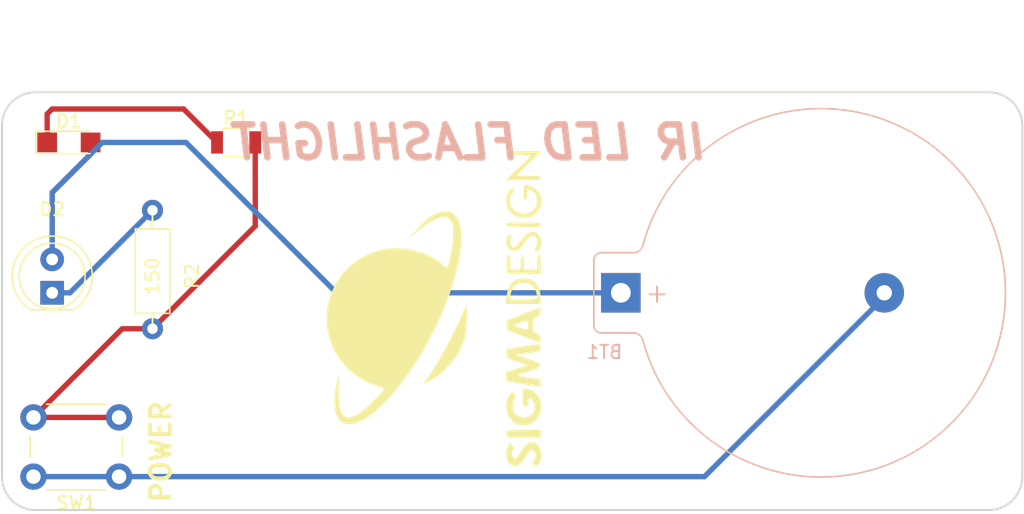
<source format=kicad_pcb>
(kicad_pcb (version 4) (host pcbnew 4.0.7)

  (general
    (links 9)
    (no_connects 0)
    (area 124.384999 63.424999 202.005001 95.325001)
    (thickness 1.6)
    (drawings 21)
    (tracks 23)
    (zones 0)
    (modules 7)
    (nets 6)
  )

  (page A4)
  (layers
    (0 F.Cu signal)
    (31 B.Cu signal)
    (32 B.Adhes user)
    (33 F.Adhes user)
    (34 B.Paste user)
    (35 F.Paste user)
    (36 B.SilkS user)
    (37 F.SilkS user)
    (38 B.Mask user)
    (39 F.Mask user)
    (40 Dwgs.User user)
    (41 Cmts.User user)
    (42 Eco1.User user hide)
    (43 Eco2.User user)
    (44 Edge.Cuts user)
    (45 Margin user)
    (46 B.CrtYd user)
    (47 F.CrtYd user)
    (48 B.Fab user)
    (49 F.Fab user)
  )

  (setup
    (last_trace_width 0.4064)
    (user_trace_width 0.4064)
    (trace_clearance 0.2)
    (zone_clearance 0.508)
    (zone_45_only no)
    (trace_min 0.2)
    (segment_width 0.2)
    (edge_width 0.15)
    (via_size 0.6)
    (via_drill 0.4)
    (via_min_size 0.4)
    (via_min_drill 0.3)
    (uvia_size 0.3)
    (uvia_drill 0.1)
    (uvias_allowed no)
    (uvia_min_size 0.2)
    (uvia_min_drill 0.1)
    (pcb_text_width 0.3)
    (pcb_text_size 1.5 1.5)
    (mod_edge_width 0.15)
    (mod_text_size 1 1)
    (mod_text_width 0.15)
    (pad_size 1.524 1.524)
    (pad_drill 0.762)
    (pad_to_mask_clearance 0.2)
    (aux_axis_origin 0 0)
    (visible_elements FFFFFF7F)
    (pcbplotparams
      (layerselection 0x00030_80000001)
      (usegerberextensions false)
      (excludeedgelayer true)
      (linewidth 0.100000)
      (plotframeref false)
      (viasonmask false)
      (mode 1)
      (useauxorigin false)
      (hpglpennumber 1)
      (hpglpenspeed 20)
      (hpglpendiameter 15)
      (hpglpenoverlay 2)
      (psnegative false)
      (psa4output false)
      (plotreference true)
      (plotvalue true)
      (plotinvisibletext false)
      (padsonsilk false)
      (subtractmaskfromsilk false)
      (outputformat 1)
      (mirror false)
      (drillshape 1)
      (scaleselection 1)
      (outputdirectory ""))
  )

  (net 0 "")
  (net 1 "Net-(BT1-Pad2)")
  (net 2 "Net-(BT1-Pad1)")
  (net 3 "Net-(D1-Pad1)")
  (net 4 "Net-(D2-Pad1)")
  (net 5 "Net-(R1-Pad2)")

  (net_class Default "This is the default net class."
    (clearance 0.2)
    (trace_width 0.25)
    (via_dia 0.6)
    (via_drill 0.4)
    (uvia_dia 0.3)
    (uvia_drill 0.1)
    (add_net "Net-(BT1-Pad1)")
    (add_net "Net-(BT1-Pad2)")
    (add_net "Net-(D1-Pad1)")
    (add_net "Net-(D2-Pad1)")
    (add_net "Net-(R1-Pad2)")
  )

  (module Resistors_THT:R_Axial_DIN0207_L6.3mm_D2.5mm_P15.24mm_Horizontal (layer F.Cu) (tedit 5A985833) (tstamp 5A974DDE)
    (at 135.89 77.47 270)
    (descr "Resistor, Axial_DIN0207 series, Axial, Horizontal, pin pitch=15.24mm, 0.25W = 1/4W, length*diameter=6.3*2.5mm^2, http://cdn-reichelt.de/documents/datenblatt/B400/1_4W%23YAG.pdf")
    (tags "Resistor Axial_DIN0207 series Axial Horizontal pin pitch 15.24mm 0.25W = 1/4W length 6.3mm diameter 2.5mm")
    (path /5A973304)
    (fp_text reference R2 (at 0 -3 270) (layer F.SilkS)
      (effects (font (size 1 1) (thickness 0.15)))
    )
    (fp_text value 150 (at 0 0 270) (layer F.SilkS)
      (effects (font (size 1 1) (thickness 0.15)))
    )
    (fp_line (start 4 0) (end 2.8 0) (layer F.SilkS) (width 0.15))
    (fp_line (start -5 0) (end -3.6 0) (layer F.SilkS) (width 0.15))
    (fp_line (start -3.53 -1.25) (end -3.53 1.25) (layer F.Fab) (width 0.1))
    (fp_line (start -3.53 1.25) (end 2.77 1.25) (layer F.Fab) (width 0.1))
    (fp_line (start 2.77 1.25) (end 2.77 -1.25) (layer F.Fab) (width 0.1))
    (fp_line (start 2.77 -1.25) (end -3.53 -1.25) (layer F.Fab) (width 0.1))
    (fp_line (start -3.59 -1.31) (end -3.59 1.31) (layer F.SilkS) (width 0.12))
    (fp_line (start -3.59 1.31) (end 2.83 1.31) (layer F.SilkS) (width 0.12))
    (fp_line (start 2.83 1.31) (end 2.83 -1.31) (layer F.SilkS) (width 0.12))
    (fp_line (start 2.83 -1.31) (end -3.59 -1.31) (layer F.SilkS) (width 0.12))
    (fp_line (start -9.05 -1.6) (end -9.05 1.6) (layer F.CrtYd) (width 0.05))
    (fp_line (start -9.05 1.6) (end 8.3 1.6) (layer F.CrtYd) (width 0.05))
    (fp_line (start 8.3 1.6) (end 8.3 -1.6) (layer F.CrtYd) (width 0.05))
    (fp_line (start 8.3 -1.6) (end -9.05 -1.6) (layer F.CrtYd) (width 0.05))
    (pad 1 thru_hole circle (at -5 0 270) (size 1.6 1.6) (drill 0.8) (layers *.Cu *.Mask)
      (net 4 "Net-(D2-Pad1)"))
    (pad 2 thru_hole oval (at 4 0 270) (size 1.6 1.6) (drill 0.8) (layers *.Cu *.Mask)
      (net 5 "Net-(R1-Pad2)"))
    (model ${KISYS3DMOD}/Resistors_THT.3dshapes/R_Axial_DIN0207_L6.3mm_D2.5mm_P15.24mm_Horizontal.wrl
      (at (xyz -0.315 0 0))
      (scale (xyz 0.393701 0.393701 0.393701))
      (rotate (xyz 0 0 0))
    )
  )

  (module Battery_Holders:Keystone_106_1x20mm-CoinCell (layer B.Cu) (tedit 5A983818) (tstamp 5A974DC6)
    (at 171.45 78.74)
    (descr http://www.keyelco.com/product-pdf.cfm?p=720)
    (tags "Keystone type 106 battery holder")
    (path /5A973160)
    (fp_text reference BT1 (at -1.25 4.5) (layer B.SilkS)
      (effects (font (size 1 1) (thickness 0.15)) (justify mirror))
    )
    (fp_text value Battery_Cell (at 15 -15) (layer B.Fab)
      (effects (font (size 1 1) (thickness 0.15)) (justify mirror))
    )
    (fp_text user + (at 2.75 0) (layer B.SilkS)
      (effects (font (size 1.5 1.5) (thickness 0.15)) (justify mirror))
    )
    (fp_arc (start 15.2 0) (end 1.65 -3.52) (angle 165.5) (layer B.SilkS) (width 0.12))
    (fp_arc (start 15.2 0) (end 1.8 -3.5) (angle 165.5) (layer B.Fab) (width 0.1))
    (fp_arc (start 15.2 0) (end 1.65 3.52) (angle -165.5) (layer B.SilkS) (width 0.12))
    (fp_arc (start 15.2 0) (end 1.8 3.5) (angle -165.5) (layer B.Fab) (width 0.1))
    (fp_arc (start 0.95 -3.8) (end 0.95 -3.05) (angle -70) (layer B.SilkS) (width 0.12))
    (fp_arc (start 0.95 -3.8) (end 0.95 -2.9) (angle -70) (layer B.Fab) (width 0.1))
    (fp_arc (start 0.95 3.8) (end 0.95 3.05) (angle 70) (layer B.SilkS) (width 0.12))
    (fp_arc (start 0.95 3.8) (end 0.95 2.9) (angle 70) (layer B.Fab) (width 0.1))
    (fp_line (start 0.95 3.05) (end -1.5 3.05) (layer B.SilkS) (width 0.12))
    (fp_line (start -1.5 -3.05) (end 0.95 -3.05) (layer B.SilkS) (width 0.12))
    (fp_arc (start -1.5 2.5) (end -2.05 2.5) (angle -90) (layer B.SilkS) (width 0.12))
    (fp_arc (start -1.5 -2.5) (end -2.05 -2.5) (angle 90) (layer B.SilkS) (width 0.12))
    (fp_line (start -2.05 2.5) (end -2.05 -2.5) (layer B.SilkS) (width 0.12))
    (fp_line (start 0.95 2.9) (end -1.5 2.9) (layer B.Fab) (width 0.1))
    (fp_line (start -1.5 -2.9) (end 0.95 -2.9) (layer B.Fab) (width 0.1))
    (fp_arc (start -1.5 -2.5) (end -1.9 -2.5) (angle 90) (layer B.Fab) (width 0.1))
    (fp_arc (start -1.5 2.5) (end -2.3 2.5) (angle -90) (layer B.CrtYd) (width 0.05))
    (fp_line (start -2.3 2.5) (end -2.3 -2.5) (layer B.CrtYd) (width 0.05))
    (fp_arc (start 0.95 -3.8) (end 0.95 -3.3) (angle -70) (layer B.CrtYd) (width 0.05))
    (fp_arc (start 15.2 0) (end 1.41 -3.6) (angle 165.5) (layer B.CrtYd) (width 0.05))
    (fp_arc (start 15.2 0) (end 1.41 3.6) (angle -165.5) (layer B.CrtYd) (width 0.05))
    (fp_arc (start 15.2 0) (end 5.18 -1.3) (angle 180) (layer B.Fab) (width 0.1))
    (fp_arc (start 15.2 0) (end 9 -1.3) (angle 170) (layer B.Fab) (width 0.1))
    (fp_arc (start 15.2 0) (end 13.3 -1.3) (angle 150) (layer B.Fab) (width 0.1))
    (fp_arc (start 15.2 0) (end 13.3 1.3) (angle -150) (layer B.Fab) (width 0.1))
    (fp_arc (start 15.2 0) (end 9 1.3) (angle -170) (layer B.Fab) (width 0.1))
    (fp_arc (start 15.2 0) (end 5.18 1.3) (angle -180) (layer B.Fab) (width 0.1))
    (fp_line (start 0.95 3.3) (end -1.5 3.3) (layer B.CrtYd) (width 0.05))
    (fp_line (start -1.5 -3.3) (end 0.95 -3.3) (layer B.CrtYd) (width 0.05))
    (fp_line (start -1.9 2.5) (end -1.9 -2.5) (layer B.Fab) (width 0.1))
    (fp_line (start 0 -1.3) (end 16.2 -1.3) (layer B.Fab) (width 0.1))
    (fp_line (start 16.2 1.3) (end 0 1.3) (layer B.Fab) (width 0.1))
    (fp_arc (start 0.95 3.8) (end 0.95 3.3) (angle 70) (layer B.CrtYd) (width 0.05))
    (fp_arc (start 16.2 0) (end 16.2 1.3) (angle -180) (layer B.Fab) (width 0.1))
    (fp_line (start 0 1.3) (end 0 -1.3) (layer B.Fab) (width 0.1))
    (fp_arc (start -1.5 -2.5) (end -2.3 -2.5) (angle 90) (layer B.CrtYd) (width 0.05))
    (fp_arc (start -1.5 2.5) (end -1.9 2.5) (angle -90) (layer B.Fab) (width 0.1))
    (fp_line (start 22.6441 -6.858) (end 25.35 -9.3734) (layer B.Fab) (width 0.1))
    (fp_line (start 22.6568 6.858) (end 25.3419 9.4288) (layer B.Fab) (width 0.1))
    (pad 2 thru_hole circle (at 20 0) (size 3 3) (drill 1.17) (layers *.Cu *.Mask)
      (net 1 "Net-(BT1-Pad2)"))
    (pad 1 thru_hole rect (at 0 0) (size 3 3) (drill 1.5) (layers *.Cu *.Mask)
      (net 2 "Net-(BT1-Pad1)"))
    (model Battery_Holders.3dshapes/Keystone_106_1x20mm-CoinCell.wrl
      (at (xyz 0.6 0 0))
      (scale (xyz 1 1 1))
      (rotate (xyz 0 0 180))
    )
  )

  (module LEDs:LED_1206 (layer F.Cu) (tedit 57FE943C) (tstamp 5A974DCC)
    (at 129.54 67.31)
    (descr "LED 1206 smd package")
    (tags "LED led 1206 SMD smd SMT smt smdled SMDLED smtled SMTLED")
    (path /5A97328F)
    (attr smd)
    (fp_text reference D1 (at 0 -1.6) (layer F.SilkS)
      (effects (font (size 1 1) (thickness 0.15)))
    )
    (fp_text value LED (at 0 1.7) (layer F.Fab)
      (effects (font (size 1 1) (thickness 0.15)))
    )
    (fp_line (start -2.5 -0.85) (end -2.5 0.85) (layer F.SilkS) (width 0.12))
    (fp_line (start -0.45 -0.4) (end -0.45 0.4) (layer F.Fab) (width 0.1))
    (fp_line (start -0.4 0) (end 0.2 -0.4) (layer F.Fab) (width 0.1))
    (fp_line (start 0.2 0.4) (end -0.4 0) (layer F.Fab) (width 0.1))
    (fp_line (start 0.2 -0.4) (end 0.2 0.4) (layer F.Fab) (width 0.1))
    (fp_line (start 1.6 0.8) (end -1.6 0.8) (layer F.Fab) (width 0.1))
    (fp_line (start 1.6 -0.8) (end 1.6 0.8) (layer F.Fab) (width 0.1))
    (fp_line (start -1.6 -0.8) (end 1.6 -0.8) (layer F.Fab) (width 0.1))
    (fp_line (start -1.6 0.8) (end -1.6 -0.8) (layer F.Fab) (width 0.1))
    (fp_line (start -2.45 0.85) (end 1.6 0.85) (layer F.SilkS) (width 0.12))
    (fp_line (start -2.45 -0.85) (end 1.6 -0.85) (layer F.SilkS) (width 0.12))
    (fp_line (start 2.65 -1) (end 2.65 1) (layer F.CrtYd) (width 0.05))
    (fp_line (start 2.65 1) (end -2.65 1) (layer F.CrtYd) (width 0.05))
    (fp_line (start -2.65 1) (end -2.65 -1) (layer F.CrtYd) (width 0.05))
    (fp_line (start -2.65 -1) (end 2.65 -1) (layer F.CrtYd) (width 0.05))
    (pad 2 smd rect (at 1.65 0 180) (size 1.5 1.5) (layers F.Cu F.Paste F.Mask)
      (net 2 "Net-(BT1-Pad1)"))
    (pad 1 smd rect (at -1.65 0 180) (size 1.5 1.5) (layers F.Cu F.Paste F.Mask)
      (net 3 "Net-(D1-Pad1)"))
    (model ${KISYS3DMOD}/LEDs.3dshapes/LED_1206.wrl
      (at (xyz 0 0 0))
      (scale (xyz 1 1 1))
      (rotate (xyz 0 0 180))
    )
  )

  (module LEDs:LED_D5.0mm_FlatTop (layer F.Cu) (tedit 5A98393C) (tstamp 5A974DD2)
    (at 128.27 78.74 90)
    (descr "LED, Round, FlatTop, diameter 5.0mm, 2 pins, http://www.kingbright.com/attachments/file/psearch/000/00/00/L-483GDT(Ver.15B).pdf")
    (tags "LED Round FlatTop diameter 5.0mm 2 pins")
    (path /5A97321C)
    (fp_text reference D2 (at 6.35 0 180) (layer F.SilkS)
      (effects (font (size 1 1) (thickness 0.15)))
    )
    (fp_text value IR (at 1.27 4.01 90) (layer F.Fab)
      (effects (font (size 1 1) (thickness 0.15)))
    )
    (fp_arc (start 1.27 0) (end -1.23 -1.566046) (angle 295.9) (layer F.Fab) (width 0.1))
    (fp_arc (start 1.27 0) (end -1.29 -1.639512) (angle 147.4) (layer F.SilkS) (width 0.12))
    (fp_arc (start 1.27 0) (end -1.29 1.639512) (angle -147.4) (layer F.SilkS) (width 0.12))
    (fp_circle (center 1.27 0) (end 3.77 0) (layer F.Fab) (width 0.1))
    (fp_circle (center 1.27 0) (end 3.77 0) (layer F.SilkS) (width 0.12))
    (fp_line (start -1.23 -1.566046) (end -1.23 1.566046) (layer F.Fab) (width 0.1))
    (fp_line (start -1.29 -1.64) (end -1.29 1.64) (layer F.SilkS) (width 0.12))
    (fp_line (start -2 -3.3) (end -2 3.3) (layer F.CrtYd) (width 0.05))
    (fp_line (start -2 3.3) (end 4.55 3.3) (layer F.CrtYd) (width 0.05))
    (fp_line (start 4.55 3.3) (end 4.55 -3.3) (layer F.CrtYd) (width 0.05))
    (fp_line (start 4.55 -3.3) (end -2 -3.3) (layer F.CrtYd) (width 0.05))
    (pad 1 thru_hole rect (at 0 0 90) (size 1.8 1.8) (drill 0.9) (layers *.Cu *.Mask)
      (net 4 "Net-(D2-Pad1)"))
    (pad 2 thru_hole circle (at 2.54 0 90) (size 1.8 1.8) (drill 0.9) (layers *.Cu *.Mask)
      (net 2 "Net-(BT1-Pad1)"))
    (model ${KISYS3DMOD}/LEDs.3dshapes/LED_D5.0mm_FlatTop.wrl
      (at (xyz 0 0 0))
      (scale (xyz 0.393701 0.393701 0.393701))
      (rotate (xyz 0 0 0))
    )
  )

  (module Resistors_SMD:R_1206 (layer F.Cu) (tedit 58E0A804) (tstamp 5A974DD8)
    (at 142.24 67.31)
    (descr "Resistor SMD 1206, reflow soldering, Vishay (see dcrcw.pdf)")
    (tags "resistor 1206")
    (path /5A973349)
    (attr smd)
    (fp_text reference R1 (at 0 -1.85) (layer F.SilkS)
      (effects (font (size 1 1) (thickness 0.15)))
    )
    (fp_text value 0 (at 0 1.95) (layer F.Fab)
      (effects (font (size 1 1) (thickness 0.15)))
    )
    (fp_text user %R (at 0 0) (layer F.Fab)
      (effects (font (size 0.7 0.7) (thickness 0.105)))
    )
    (fp_line (start -1.6 0.8) (end -1.6 -0.8) (layer F.Fab) (width 0.1))
    (fp_line (start 1.6 0.8) (end -1.6 0.8) (layer F.Fab) (width 0.1))
    (fp_line (start 1.6 -0.8) (end 1.6 0.8) (layer F.Fab) (width 0.1))
    (fp_line (start -1.6 -0.8) (end 1.6 -0.8) (layer F.Fab) (width 0.1))
    (fp_line (start 1 1.07) (end -1 1.07) (layer F.SilkS) (width 0.12))
    (fp_line (start -1 -1.07) (end 1 -1.07) (layer F.SilkS) (width 0.12))
    (fp_line (start -2.15 -1.11) (end 2.15 -1.11) (layer F.CrtYd) (width 0.05))
    (fp_line (start -2.15 -1.11) (end -2.15 1.1) (layer F.CrtYd) (width 0.05))
    (fp_line (start 2.15 1.1) (end 2.15 -1.11) (layer F.CrtYd) (width 0.05))
    (fp_line (start 2.15 1.1) (end -2.15 1.1) (layer F.CrtYd) (width 0.05))
    (pad 1 smd rect (at -1.45 0) (size 0.9 1.7) (layers F.Cu F.Paste F.Mask)
      (net 3 "Net-(D1-Pad1)"))
    (pad 2 smd rect (at 1.45 0) (size 0.9 1.7) (layers F.Cu F.Paste F.Mask)
      (net 5 "Net-(R1-Pad2)"))
    (model ${KISYS3DMOD}/Resistors_SMD.3dshapes/R_1206.wrl
      (at (xyz 0 0 0))
      (scale (xyz 1 1 1))
      (rotate (xyz 0 0 0))
    )
  )

  (module Buttons_Switches_THT:SW_PUSH_6mm (layer F.Cu) (tedit 5AA1AEC0) (tstamp 5A974DE6)
    (at 133.35 92.71 180)
    (descr https://www.omron.com/ecb/products/pdf/en-b3f.pdf)
    (tags "tact sw push 6mm")
    (path /5A9731D3)
    (fp_text reference SW1 (at 3.25 -2 180) (layer F.SilkS)
      (effects (font (size 1 1) (thickness 0.15)))
    )
    (fp_text value SW_Push (at 3.175 6.985 360) (layer F.Fab)
      (effects (font (size 1 1) (thickness 0.15)))
    )
    (fp_text user %R (at 3.25 2.25 180) (layer F.Fab)
      (effects (font (size 1 1) (thickness 0.15)))
    )
    (fp_line (start 3.25 -0.75) (end 6.25 -0.75) (layer F.Fab) (width 0.1))
    (fp_line (start 6.25 -0.75) (end 6.25 5.25) (layer F.Fab) (width 0.1))
    (fp_line (start 6.25 5.25) (end 0.25 5.25) (layer F.Fab) (width 0.1))
    (fp_line (start 0.25 5.25) (end 0.25 -0.75) (layer F.Fab) (width 0.1))
    (fp_line (start 0.25 -0.75) (end 3.25 -0.75) (layer F.Fab) (width 0.1))
    (fp_line (start 7.75 6) (end 8 6) (layer F.CrtYd) (width 0.05))
    (fp_line (start 8 6) (end 8 5.75) (layer F.CrtYd) (width 0.05))
    (fp_line (start 7.75 -1.5) (end 8 -1.5) (layer F.CrtYd) (width 0.05))
    (fp_line (start 8 -1.5) (end 8 -1.25) (layer F.CrtYd) (width 0.05))
    (fp_line (start -1.5 -1.25) (end -1.5 -1.5) (layer F.CrtYd) (width 0.05))
    (fp_line (start -1.5 -1.5) (end -1.25 -1.5) (layer F.CrtYd) (width 0.05))
    (fp_line (start -1.5 5.75) (end -1.5 6) (layer F.CrtYd) (width 0.05))
    (fp_line (start -1.5 6) (end -1.25 6) (layer F.CrtYd) (width 0.05))
    (fp_line (start -1.25 -1.5) (end 7.75 -1.5) (layer F.CrtYd) (width 0.05))
    (fp_line (start -1.5 5.75) (end -1.5 -1.25) (layer F.CrtYd) (width 0.05))
    (fp_line (start 7.75 6) (end -1.25 6) (layer F.CrtYd) (width 0.05))
    (fp_line (start 8 -1.25) (end 8 5.75) (layer F.CrtYd) (width 0.05))
    (fp_line (start 1 5.5) (end 5.5 5.5) (layer F.SilkS) (width 0.12))
    (fp_line (start -0.25 1.5) (end -0.25 3) (layer F.SilkS) (width 0.12))
    (fp_line (start 5.5 -1) (end 1 -1) (layer F.SilkS) (width 0.12))
    (fp_line (start 6.75 3) (end 6.75 1.5) (layer F.SilkS) (width 0.12))
    (fp_circle (center 3.25 2.25) (end 1.25 2.5) (layer F.Fab) (width 0.1))
    (pad 2 thru_hole circle (at 0 4.5 270) (size 2 2) (drill 1.1) (layers *.Cu *.Mask)
      (net 5 "Net-(R1-Pad2)"))
    (pad 1 thru_hole circle (at 0 0 270) (size 2 2) (drill 1.1) (layers *.Cu *.Mask)
      (net 1 "Net-(BT1-Pad2)"))
    (pad 2 thru_hole circle (at 6.5 4.5 270) (size 2 2) (drill 1.1) (layers *.Cu *.Mask)
      (net 5 "Net-(R1-Pad2)"))
    (pad 1 thru_hole circle (at 6.5 0 270) (size 2 2) (drill 1.1) (layers *.Cu *.Mask)
      (net 1 "Net-(BT1-Pad2)"))
    (model ${KISYS3DMOD}/Buttons_Switches_THT.3dshapes/SW_PUSH_6mm.wrl
      (at (xyz 0.005 0 0))
      (scale (xyz 0.3937 0.3937 0.3937))
      (rotate (xyz 0 0 0))
    )
  )

  (module SigmaLogo:SigmaDesign (layer F.Cu) (tedit 0) (tstamp 5AA1C015)
    (at 157.48 80.01 90)
    (fp_text reference G*** (at 0 0 90) (layer F.SilkS) hide
      (effects (font (thickness 0.3)))
    )
    (fp_text value LOGO (at 0.75 0 90) (layer F.SilkS) hide
      (effects (font (thickness 0.3)))
    )
    (fp_poly (pts (xy -10.756754 5.277964) (xy -10.450338 5.358565) (xy -10.419463 5.373508) (xy -10.142883 5.516533)
      (xy -10.335415 5.721473) (xy -10.477324 5.85324) (xy -10.576251 5.866487) (xy -10.66814 5.79954)
      (xy -10.893915 5.685859) (xy -11.127546 5.70657) (xy -11.268715 5.809364) (xy -11.327459 5.918542)
      (xy -11.275643 6.023283) (xy -11.159225 6.126864) (xy -10.950786 6.279219) (xy -10.678639 6.457672)
      (xy -10.551024 6.535449) (xy -10.245205 6.772857) (xy -10.097863 7.039596) (xy -10.098344 7.356721)
      (xy -10.109832 7.407262) (xy -10.248459 7.639359) (xy -10.505647 7.813284) (xy -10.836674 7.915724)
      (xy -11.196818 7.933366) (xy -11.541356 7.852897) (xy -11.568002 7.841327) (xy -11.814756 7.699506)
      (xy -11.90292 7.559595) (xy -11.84198 7.402922) (xy -11.810058 7.364959) (xy -11.705653 7.265221)
      (xy -11.612578 7.260266) (xy -11.464887 7.353741) (xy -11.420377 7.386502) (xy -11.215485 7.505718)
      (xy -11.034009 7.512933) (xy -10.94278 7.486338) (xy -10.750352 7.359065) (xy -10.68427 7.223704)
      (xy -10.699708 7.108809) (xy -10.800428 6.994702) (xy -11.014564 6.855378) (xy -11.182764 6.762897)
      (xy -11.564863 6.505436) (xy -11.805525 6.224483) (xy -11.898576 5.936423) (xy -11.837845 5.65764)
      (xy -11.675956 5.45372) (xy -11.437508 5.329879) (xy -11.108459 5.269848) (xy -10.756754 5.277964)) (layer F.SilkS) (width 0.01))
    (fp_poly (pts (xy -6.846382 5.341308) (xy -6.55063 5.472822) (xy -6.344285 5.637969) (xy -6.286693 5.735586)
      (xy -6.326791 5.843485) (xy -6.430996 5.924702) (xy -6.608463 5.972109) (xy -6.791753 5.889425)
      (xy -6.793647 5.888101) (xy -6.995759 5.806515) (xy -7.277089 5.761023) (xy -7.377312 5.757333)
      (xy -7.646767 5.77549) (xy -7.826668 5.851909) (xy -7.993474 6.017829) (xy -8.170304 6.328252)
      (xy -8.212194 6.644418) (xy -8.141114 6.940791) (xy -7.979036 7.191833) (xy -7.74793 7.372005)
      (xy -7.469766 7.45577) (xy -7.166514 7.41759) (xy -6.911751 7.275188) (xy -6.733983 7.108086)
      (xy -6.713151 7.002884) (xy -6.852126 6.951325) (xy -7.027333 6.942667) (xy -7.24553 6.931113)
      (xy -7.342511 6.87662) (xy -7.365879 6.749433) (xy -7.366 6.731) (xy -7.358782 6.626022)
      (xy -7.314095 6.563163) (xy -7.197391 6.531627) (xy -6.974121 6.520618) (xy -6.688666 6.519333)
      (xy -6.011333 6.519333) (xy -6.011333 6.753487) (xy -6.089967 7.118051) (xy -6.304929 7.458928)
      (xy -6.624809 7.729237) (xy -6.689735 7.766056) (xy -7.142217 7.929201) (xy -7.588964 7.928437)
      (xy -8.045876 7.768167) (xy -8.442116 7.501498) (xy -8.685763 7.170694) (xy -8.787011 6.758257)
      (xy -8.786189 6.497225) (xy -8.749145 6.186882) (xy -8.671089 5.970456) (xy -8.52138 5.772844)
      (xy -8.467299 5.715653) (xy -8.090753 5.422717) (xy -7.660555 5.278558) (xy -7.180489 5.27002)
      (xy -6.846382 5.341308)) (layer F.SilkS) (width 0.01))
    (fp_poly (pts (xy 5.477562 5.311236) (xy 5.622727 5.410261) (xy 5.707328 5.556765) (xy 5.652539 5.631489)
      (xy 5.478093 5.620549) (xy 5.372255 5.586449) (xy 5.09333 5.53637) (xy 4.880732 5.607286)
      (xy 4.789569 5.73015) (xy 4.764288 5.911997) (xy 4.849531 6.085847) (xy 5.063305 6.276911)
      (xy 5.287425 6.427118) (xy 5.642816 6.709131) (xy 5.850945 7.008382) (xy 5.90708 7.308603)
      (xy 5.806488 7.593525) (xy 5.671624 7.747944) (xy 5.422049 7.878167) (xy 5.098181 7.926934)
      (xy 4.777385 7.888106) (xy 4.6355 7.830158) (xy 4.448904 7.675222) (xy 4.405098 7.515168)
      (xy 4.456122 7.425433) (xy 4.556456 7.427543) (xy 4.686628 7.495989) (xy 4.915832 7.590837)
      (xy 5.183318 7.615429) (xy 5.412528 7.567621) (xy 5.4864 7.5184) (xy 5.589195 7.315924)
      (xy 5.540784 7.086187) (xy 5.352589 6.849112) (xy 5.03603 6.624623) (xy 4.946834 6.577153)
      (xy 4.662794 6.39428) (xy 4.514823 6.179851) (xy 4.470479 5.885635) (xy 4.4704 5.868859)
      (xy 4.518316 5.581173) (xy 4.65758 5.400902) (xy 4.907056 5.281927) (xy 5.203845 5.252266)
      (xy 5.477562 5.311236)) (layer F.SilkS) (width 0.01))
    (fp_poly (pts (xy 8.366331 5.272712) (xy 8.690939 5.321534) (xy 8.918132 5.426151) (xy 9.040585 5.530767)
      (xy 9.182878 5.703792) (xy 9.193601 5.818906) (xy 9.170555 5.849312) (xy 9.062485 5.884666)
      (xy 8.914835 5.782023) (xy 8.903189 5.770522) (xy 8.610743 5.586665) (xy 8.268343 5.532965)
      (xy 7.922751 5.600584) (xy 7.620727 5.780683) (xy 7.414876 6.051838) (xy 7.292958 6.463964)
      (xy 7.309318 6.853671) (xy 7.448321 7.191773) (xy 7.69433 7.449082) (xy 8.031708 7.596412)
      (xy 8.255 7.62) (xy 8.635107 7.558353) (xy 8.90324 7.371158) (xy 9.046185 7.113323)
      (xy 9.135192 6.858) (xy 8.767654 6.858) (xy 8.485856 6.828842) (xy 8.355144 6.739702)
      (xy 8.351382 6.731) (xy 8.352254 6.663464) (xy 8.439484 6.624523) (xy 8.643086 6.607134)
      (xy 8.892657 6.604) (xy 9.206084 6.609677) (xy 9.385263 6.632564) (xy 9.465071 6.681449)
      (xy 9.480807 6.752167) (xy 9.425277 7.003839) (xy 9.289696 7.302314) (xy 9.112879 7.576142)
      (xy 8.938207 7.750937) (xy 8.619926 7.881131) (xy 8.237055 7.929204) (xy 7.873422 7.888625)
      (xy 7.747 7.843761) (xy 7.356295 7.57906) (xy 7.092552 7.22185) (xy 6.965134 6.801456)
      (xy 6.983405 6.347207) (xy 7.135277 5.927735) (xy 7.403177 5.562583) (xy 7.748668 5.344558)
      (xy 8.183838 5.26723) (xy 8.366331 5.272712)) (layer F.SilkS) (width 0.01))
    (fp_poly (pts (xy -9.162961 6.582833) (xy -9.139589 7.874) (xy -9.741077 7.874) (xy -9.717705 6.582833)
      (xy -9.694333 5.291667) (xy -9.186333 5.291667) (xy -9.162961 6.582833)) (layer F.SilkS) (width 0.01))
    (fp_poly (pts (xy -4.539574 5.92751) (xy -4.437726 6.258574) (xy -4.360572 6.538509) (xy -4.320776 6.720284)
      (xy -4.318 6.750339) (xy -4.297303 6.846484) (xy -4.235004 6.78068) (xy -4.130794 6.552336)
      (xy -3.984362 6.160861) (xy -3.937 6.025539) (xy -3.683 5.291667) (xy -3.006378 5.291667)
      (xy -2.821266 6.434667) (xy -2.73616 6.960011) (xy -2.677706 7.340607) (xy -2.647127 7.599117)
      (xy -2.645643 7.758205) (xy -2.674475 7.840534) (xy -2.734844 7.868768) (xy -2.827971 7.86557)
      (xy -2.897959 7.858198) (xy -3.017993 7.838748) (xy -3.107329 7.79047) (xy -3.174853 7.688176)
      (xy -3.229454 7.506678) (xy -3.280017 7.22079) (xy -3.335431 6.805324) (xy -3.370367 6.519333)
      (xy -3.436799 5.969) (xy -3.74176 6.900333) (xy -3.87763 7.304438) (xy -3.979815 7.572868)
      (xy -4.062544 7.732363) (xy -4.140045 7.809661) (xy -4.226547 7.831502) (xy -4.237328 7.831667)
      (xy -4.330642 7.813107) (xy -4.410659 7.738413) (xy -4.49315 7.579057) (xy -4.593885 7.306514)
      (xy -4.690467 7.012003) (xy -4.805604 6.663046) (xy -4.906258 6.377142) (xy -4.979073 6.191201)
      (xy -5.005713 6.140845) (xy -5.040138 6.192234) (xy -5.085948 6.370291) (xy -5.136292 6.633333)
      (xy -5.184323 6.939678) (xy -5.223192 7.247645) (xy -5.246048 7.515553) (xy -5.249333 7.623458)
      (xy -5.265683 7.790654) (xy -5.34864 7.860122) (xy -5.54907 7.873999) (xy -5.551759 7.874)
      (xy -5.854184 7.874) (xy -5.793947 7.387167) (xy -5.750963 7.076684) (xy -5.688614 6.671166)
      (xy -5.618042 6.242139) (xy -5.59282 6.096) (xy -5.451931 5.291667) (xy -5.10654 5.266116)
      (xy -4.761148 5.240565) (xy -4.539574 5.92751)) (layer F.SilkS) (width 0.01))
    (fp_poly (pts (xy -0.332866 6.561667) (xy -0.163775 6.990757) (xy -0.018966 7.360557) (xy 0.091133 7.644249)
      (xy 0.156096 7.815019) (xy 0.169181 7.852833) (xy 0.094248 7.866297) (xy -0.092317 7.873578)
      (xy -0.157085 7.874) (xy -0.376247 7.858398) (xy -0.489763 7.783156) (xy -0.560467 7.605619)
      (xy -0.562421 7.598833) (xy -0.611899 7.450337) (xy -0.681917 7.36803) (xy -0.816688 7.33238)
      (xy -1.060427 7.323856) (xy -1.185333 7.323667) (xy -1.479904 7.327152) (xy -1.649356 7.350628)
      (xy -1.737903 7.413627) (xy -1.789759 7.53568) (xy -1.808246 7.598833) (xy -1.879672 7.78113)
      (xy -1.993261 7.858239) (xy -2.207671 7.874) (xy -2.413823 7.865987) (xy -2.489171 7.817927)
      (xy -2.472196 7.693792) (xy -2.456347 7.641167) (xy -2.398604 7.476564) (xy -2.291955 7.192572)
      (xy -2.150797 6.826857) (xy -2.136894 6.791529) (xy -1.511356 6.791529) (xy -1.474354 6.896729)
      (xy -1.351307 6.936775) (xy -1.178606 6.942667) (xy -0.960393 6.936216) (xy -0.871341 6.89116)
      (xy -0.871276 6.76894) (xy -0.891919 6.6675) (xy -0.967811 6.391369) (xy -1.070066 6.104348)
      (xy -1.073507 6.096) (xy -1.196388 5.799667) (xy -1.360194 6.262083) (xy -1.470555 6.590279)
      (xy -1.511356 6.791529) (xy -2.136894 6.791529) (xy -1.989528 6.417087) (xy -1.96284 6.35)
      (xy -1.541165 5.291667) (xy -0.834762 5.291667) (xy -0.332866 6.561667)) (layer F.SilkS) (width 0.01))
    (fp_poly (pts (xy 0.94823 5.280073) (xy 1.505899 5.39346) (xy 1.924628 5.603088) (xy 2.20546 5.90991)
      (xy 2.349433 6.314882) (xy 2.370667 6.584885) (xy 2.303008 7.057661) (xy 2.103112 7.426703)
      (xy 1.775597 7.687998) (xy 1.325083 7.83753) (xy 0.887287 7.874) (xy 0.423334 7.874)
      (xy 0.423334 5.588) (xy 0.762 5.588) (xy 0.762 6.604) (xy 0.763124 7.052568)
      (xy 0.776612 7.354913) (xy 0.817641 7.534121) (xy 0.901385 7.613279) (xy 1.043022 7.615472)
      (xy 1.257727 7.563788) (xy 1.371982 7.531945) (xy 1.720433 7.359512) (xy 1.942761 7.076624)
      (xy 2.030835 6.694284) (xy 2.032 6.638899) (xy 2.009376 6.354578) (xy 1.953252 6.106651)
      (xy 1.935602 6.061731) (xy 1.759081 5.849885) (xy 1.474108 5.683885) (xy 1.140944 5.595059)
      (xy 1.024371 5.588) (xy 0.762 5.588) (xy 0.423334 5.588) (xy 0.423334 5.225211)
      (xy 0.94823 5.280073)) (layer F.SilkS) (width 0.01))
    (fp_poly (pts (xy 3.771368 5.29677) (xy 3.98011 5.316899) (xy 4.088433 5.359279) (xy 4.130705 5.431135)
      (xy 4.132549 5.439833) (xy 4.127303 5.519833) (xy 4.049993 5.564788) (xy 3.866454 5.584283)
      (xy 3.604542 5.588) (xy 3.048 5.588) (xy 3.048 6.34192) (xy 3.570447 6.367126)
      (xy 3.889495 6.399235) (xy 4.083069 6.455358) (xy 4.127836 6.498167) (xy 4.097224 6.558645)
      (xy 3.941828 6.592489) (xy 3.640792 6.603925) (xy 3.605389 6.604) (xy 3.048 6.604)
      (xy 3.048 7.62) (xy 3.598334 7.62) (xy 3.907024 7.628478) (xy 4.078595 7.658774)
      (xy 4.144637 7.718177) (xy 4.148667 7.747) (xy 4.117999 7.81041) (xy 4.006348 7.849257)
      (xy 3.784242 7.868725) (xy 3.426795 7.874) (xy 2.704923 7.874) (xy 2.728295 6.582833)
      (xy 2.751667 5.291667) (xy 3.427841 5.291667) (xy 3.771368 5.29677)) (layer F.SilkS) (width 0.01))
    (fp_poly (pts (xy 6.512019 5.266945) (xy 6.551954 5.31263) (xy 6.578376 5.426243) (xy 6.594021 5.631615)
      (xy 6.601628 5.952576) (xy 6.603932 6.412956) (xy 6.604 6.555458) (xy 6.603005 7.054086)
      (xy 6.597875 7.408093) (xy 6.585396 7.642189) (xy 6.562354 7.781085) (xy 6.525533 7.84949)
      (xy 6.471719 7.872116) (xy 6.432462 7.874) (xy 6.367143 7.866795) (xy 6.321574 7.828523)
      (xy 6.292885 7.734195) (xy 6.278206 7.558823) (xy 6.274668 7.277419) (xy 6.2794 6.864994)
      (xy 6.284295 6.583901) (xy 6.29511 6.086816) (xy 6.308799 5.734027) (xy 6.328619 5.500494)
      (xy 6.357828 5.36118) (xy 6.399684 5.291047) (xy 6.455834 5.265359) (xy 6.512019 5.266945)) (layer F.SilkS) (width 0.01))
    (fp_poly (pts (xy 10.718469 6.1595) (xy 11.031903 6.487924) (xy 11.307707 6.76737) (xy 11.524119 6.976531)
      (xy 11.65938 7.094098) (xy 11.691154 7.112) (xy 11.722301 7.033042) (xy 11.747472 6.818949)
      (xy 11.763825 6.503887) (xy 11.768667 6.180667) (xy 11.772294 5.76379) (xy 11.785617 5.4893)
      (xy 11.812295 5.330358) (xy 11.855987 5.260127) (xy 11.895667 5.249333) (xy 11.944304 5.271854)
      (xy 11.978968 5.354778) (xy 12.001836 5.521145) (xy 12.015086 5.793994) (xy 12.020894 6.196367)
      (xy 12.021689 6.582833) (xy 12.020711 7.916333) (xy 11.090356 6.977562) (xy 10.16 6.03879)
      (xy 10.16 6.956395) (xy 10.157998 7.360444) (xy 10.148362 7.624658) (xy 10.125654 7.77852)
      (xy 10.084431 7.851512) (xy 10.019254 7.87312) (xy 9.990667 7.874) (xy 9.92693 7.866016)
      (xy 9.881601 7.825695) (xy 9.851579 7.728476) (xy 9.833764 7.549804) (xy 9.825056 7.265119)
      (xy 9.822353 6.849865) (xy 9.822315 6.5405) (xy 9.823296 5.207) (xy 10.718469 6.1595)) (layer F.SilkS) (width 0.01))
    (fp_poly (pts (xy -5.495537 -0.973504) (xy -5.41778 -0.887932) (xy -5.247433 -0.735702) (xy -4.947637 -0.523413)
      (xy -4.541734 -0.263993) (xy -4.053072 0.029625) (xy -3.504993 0.344513) (xy -2.920843 0.66774)
      (xy -2.323968 0.986377) (xy -1.73771 1.287492) (xy -1.185417 1.558156) (xy -0.690431 1.785439)
      (xy -0.296333 1.948713) (xy -0.019542 2.060622) (xy 0.195194 2.158437) (xy 0.2921 2.214535)
      (xy 0.257573 2.247673) (xy 0.087678 2.268829) (xy -0.184097 2.278748) (xy -0.524265 2.278173)
      (xy -0.899339 2.26785) (xy -1.275831 2.248521) (xy -1.620255 2.220932) (xy -1.899123 2.185827)
      (xy -2.013629 2.163293) (xy -2.309342 2.071641) (xy -2.68147 1.928543) (xy -3.057098 1.762388)
      (xy -3.114295 1.734755) (xy -3.63764 1.41782) (xy -4.176707 0.986809) (xy -4.686265 0.485631)
      (xy -5.121084 -0.041808) (xy -5.402831 -0.486833) (xy -5.537138 -0.767678) (xy -5.597751 -0.95295)
      (xy -5.58408 -1.026831) (xy -5.495537 -0.973504)) (layer F.SilkS) (width 0.01))
    (fp_poly (pts (xy 0.334589 -8.283845) (xy 1.168243 -8.051151) (xy 1.952363 -7.686927) (xy 2.670888 -7.198168)
      (xy 3.307759 -6.591871) (xy 3.846914 -5.875034) (xy 4.272292 -5.054653) (xy 4.494933 -4.418427)
      (xy 4.644494 -3.61573) (xy 4.658047 -2.770833) (xy 4.543289 -1.919267) (xy 4.307917 -1.096558)
      (xy 3.959626 -0.338235) (xy 3.506115 0.320173) (xy 3.455725 0.378638) (xy 3.291917 0.582422)
      (xy 3.199603 0.733191) (xy 3.194355 0.790066) (xy 3.300712 0.826969) (xy 3.531235 0.89223)
      (xy 3.84544 0.974651) (xy 4.021667 1.018896) (xy 4.5605 1.129444) (xy 5.113911 1.203242)
      (xy 5.644166 1.238719) (xy 6.113531 1.234306) (xy 6.484273 1.188434) (xy 6.668685 1.128986)
      (xy 6.91952 0.926476) (xy 7.027693 0.636146) (xy 6.993883 0.260326) (xy 6.818768 -0.198654)
      (xy 6.503029 -0.738465) (xy 6.047344 -1.356776) (xy 5.886963 -1.553019) (xy 5.381592 -2.159)
      (xy 5.992096 -1.621735) (xy 6.557701 -1.085334) (xy 6.976217 -0.596487) (xy 7.257636 -0.139511)
      (xy 7.411953 0.301279) (xy 7.450667 0.667447) (xy 7.432023 0.953759) (xy 7.356077 1.153065)
      (xy 7.19886 1.339447) (xy 6.958047 1.523939) (xy 6.655212 1.685515) (xy 6.548778 1.72696)
      (xy 6.15125 1.812779) (xy 5.631596 1.850375) (xy 5.029861 1.840253) (xy 4.386091 1.782916)
      (xy 3.81 1.69254) (xy 2.531186 1.390966) (xy 1.210361 0.974241) (xy -0.128013 0.455752)
      (xy -1.459474 -0.151117) (xy -2.759559 -0.832982) (xy -4.003804 -1.576458) (xy -5.167748 -2.368161)
      (xy -6.226928 -3.194705) (xy -7.156881 -4.042708) (xy -7.672542 -4.590061) (xy -8.145126 -5.190919)
      (xy -8.475121 -5.75047) (xy -8.664122 -6.260099) (xy -8.713723 -6.71119) (xy -8.625518 -7.095125)
      (xy -8.401102 -7.403288) (xy -8.04207 -7.627063) (xy -7.550014 -7.757833) (xy -7.080493 -7.789726)
      (xy -6.773178 -7.776154) (xy -6.410964 -7.739455) (xy -6.031096 -7.686173) (xy -5.67082 -7.622855)
      (xy -5.367382 -7.556046) (xy -5.158027 -7.492292) (xy -5.08 -7.438152) (xy -5.149504 -7.404947)
      (xy -5.2705 -7.416622) (xy -5.431296 -7.434153) (xy -5.717282 -7.449606) (xy -6.084316 -7.461042)
      (xy -6.392333 -7.465874) (xy -7.065249 -7.440554) (xy -7.584075 -7.350374) (xy -7.949042 -7.194177)
      (xy -8.160378 -6.970809) (xy -8.218311 -6.679116) (xy -8.12307 -6.317941) (xy -7.874885 -5.886131)
      (xy -7.473984 -5.38253) (xy -6.920595 -4.805983) (xy -6.919414 -4.804833) (xy -6.609645 -4.506821)
      (xy -6.342306 -4.25667) (xy -6.140837 -4.075783) (xy -6.028679 -3.985562) (xy -6.015332 -3.979333)
      (xy -5.965437 -4.054066) (xy -5.897111 -4.246431) (xy -5.848338 -4.423833) (xy -5.579647 -5.182668)
      (xy -5.167691 -5.919289) (xy -4.638245 -6.601548) (xy -4.017086 -7.197293) (xy -3.32999 -7.674373)
      (xy -3.174147 -7.759379) (xy -2.302966 -8.122775) (xy -1.417076 -8.326654) (xy -0.532537 -8.378012)
      (xy 0.334589 -8.283845)) (layer F.SilkS) (width 0.01))
    (fp_poly (pts (xy -4.854222 -7.422445) (xy -4.865844 -7.37211) (xy -4.910666 -7.366) (xy -4.980357 -7.396978)
      (xy -4.967111 -7.422445) (xy -4.866631 -7.432578) (xy -4.854222 -7.422445)) (layer F.SilkS) (width 0.01))
  )

  (gr_text POWER (at 136.525 90.805 90) (layer F.SilkS)
    (effects (font (size 1.5 1.5) (thickness 0.3)))
  )
  (gr_text "IR LED FLASHLIGHT" (at 160.02 67.31) (layer B.SilkS)
    (effects (font (size 2.5 2.5) (thickness 0.5) italic) (justify mirror))
  )
  (dimension 77.47 (width 0.3) (layer Dwgs.User)
    (gr_text "77.470 mm" (at 163.195 58.34) (layer Dwgs.User)
      (effects (font (size 1.5 1.5) (thickness 0.3)))
    )
    (feature1 (pts (xy 201.93 63.5) (xy 201.93 56.99)))
    (feature2 (pts (xy 124.46 63.5) (xy 124.46 56.99)))
    (crossbar (pts (xy 124.46 59.69) (xy 201.93 59.69)))
    (arrow1a (pts (xy 201.93 59.69) (xy 200.803496 60.276421)))
    (arrow1b (pts (xy 201.93 59.69) (xy 200.803496 59.103579)))
    (arrow2a (pts (xy 124.46 59.69) (xy 125.586504 60.276421)))
    (arrow2b (pts (xy 124.46 59.69) (xy 125.586504 59.103579)))
  )
  (gr_line (start 201.93 66.04) (end 201.93 91.44) (angle 90) (layer Edge.Cuts) (width 0.15))
  (gr_arc (start 199.39 66.04) (end 199.39 63.5) (angle 90) (layer Edge.Cuts) (width 0.15))
  (gr_line (start 201.93 66.04) (end 177.8 41.91) (angle 90) (layer Eco1.User) (width 0.2))
  (gr_line (start 201.93 92.71) (end 201.93 66.04) (angle 90) (layer Eco1.User) (width 0.2))
  (gr_line (start 201.93 83.82) (end 201.93 92.71) (angle 90) (layer Eco1.User) (width 0.2))
  (gr_line (start 201.93 73.66) (end 209.55 66.04) (angle 90) (layer Eco1.User) (width 0.2))
  (gr_arc (start 127 66.04) (end 124.46 66.04) (angle 90) (layer Edge.Cuts) (width 0.15))
  (gr_arc (start 127 92.71) (end 127 95.25) (angle 90) (layer Edge.Cuts) (width 0.15))
  (gr_line (start 128.27 95.25) (end 127 95.25) (angle 90) (layer Edge.Cuts) (width 0.15))
  (gr_arc (start 199.39 92.71) (end 201.93 92.71) (angle 90) (layer Edge.Cuts) (width 0.15))
  (gr_line (start 127 63.5) (end 199.39 63.5) (angle 90) (layer Edge.Cuts) (width 0.15))
  (gr_line (start 124.46 66.04) (end 124.46 92.71) (angle 90) (layer Edge.Cuts) (width 0.15))
  (gr_line (start 199.39 95.25) (end 128.27 95.25) (angle 90) (layer Edge.Cuts) (width 0.15))
  (gr_line (start 201.93 92.71) (end 201.93 91.44) (angle 90) (layer Edge.Cuts) (width 0.15))
  (gr_line (start 124.46 95.25) (end 124.46 63.5) (angle 90) (layer Eco1.User) (width 0.2))
  (gr_line (start 201.93 95.25) (end 124.46 95.25) (angle 90) (layer Eco1.User) (width 0.2))
  (gr_line (start 201.93 63.5) (end 201.93 95.25) (angle 90) (layer Eco1.User) (width 0.2))
  (gr_line (start 124.46 63.5) (end 201.93 63.5) (angle 90) (layer Eco1.User) (width 0.2))

  (segment (start 133.35 92.71) (end 126.85 92.71) (width 0.4064) (layer B.Cu) (net 1))
  (segment (start 191.45 78.74) (end 191.45 79.06) (width 0.4064) (layer B.Cu) (net 1))
  (segment (start 191.45 79.06) (end 177.8 92.71) (width 0.4064) (layer B.Cu) (net 1) (tstamp 5A99A052))
  (segment (start 177.8 92.71) (end 133.35 92.71) (width 0.4064) (layer B.Cu) (net 1) (tstamp 5A99A056))
  (segment (start 132.08 67.31) (end 128.27 71.12) (width 0.4064) (layer B.Cu) (net 2))
  (segment (start 171.45 78.74) (end 149.86 78.74) (width 0.4064) (layer B.Cu) (net 2))
  (segment (start 149.86 78.74) (end 138.43 67.31) (width 0.4064) (layer B.Cu) (net 2) (tstamp 5A985B1F))
  (segment (start 132.08 67.31) (end 138.43 67.31) (width 0.4064) (layer B.Cu) (net 2))
  (segment (start 128.27 71.12) (end 128.27 76.2) (width 0.4064) (layer B.Cu) (net 2) (tstamp 5A985B2F))
  (segment (start 128.27 76.2) (end 128.27 71.12) (width 0.4064) (layer F.Cu) (net 2))
  (segment (start 131.19 68.2) (end 131.19 67.31) (width 0.4064) (layer F.Cu) (net 2) (tstamp 5A985ABD))
  (segment (start 128.27 71.12) (end 131.19 68.2) (width 0.4064) (layer F.Cu) (net 2) (tstamp 5A985ABA))
  (segment (start 127.89 67.31) (end 127.89 65.15) (width 0.4064) (layer F.Cu) (net 3))
  (segment (start 138.25 64.77) (end 140.79 67.31) (width 0.4064) (layer F.Cu) (net 3) (tstamp 5A99A0BA))
  (segment (start 128.27 64.77) (end 138.25 64.77) (width 0.4064) (layer F.Cu) (net 3) (tstamp 5A99A0B6))
  (segment (start 127.89 65.15) (end 128.27 64.77) (width 0.4064) (layer F.Cu) (net 3) (tstamp 5A99A0B5))
  (segment (start 128.27 78.74) (end 129.62 78.74) (width 0.4064) (layer B.Cu) (net 4))
  (segment (start 129.62 78.74) (end 135.89 72.47) (width 0.4064) (layer B.Cu) (net 4) (tstamp 5A99A0D8))
  (segment (start 126.85 88.21) (end 133.35 88.21) (width 0.4064) (layer F.Cu) (net 5))
  (segment (start 135.89 81.47) (end 133.59 81.47) (width 0.4064) (layer F.Cu) (net 5))
  (segment (start 133.59 81.47) (end 126.85 88.21) (width 0.4064) (layer F.Cu) (net 5) (tstamp 5A99A005))
  (segment (start 143.69 67.31) (end 143.69 73.67) (width 0.4064) (layer F.Cu) (net 5))
  (segment (start 143.69 73.67) (end 135.89 81.47) (width 0.4064) (layer F.Cu) (net 5) (tstamp 5A99A001))

)

</source>
